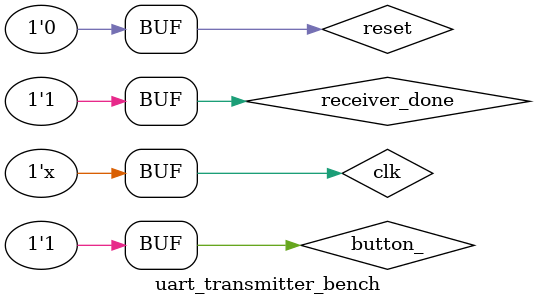
<source format=v>
/*
Author: Spence Johnston
Module:  UART transmitter
Purpose: 
	outputs "hello spence" via uart protocol.
	This is done by calling input_string.
	input_string sends the string and 
	enable signal on button press to string controller.
	string_controller runs through each character of the string
	and sends it and an enable signal to transmit_fsm.
	transmit_fsm sends the signal character via the uart protocol
	to a USB adapter. This is done through GPIO.
	All modules that send enable signals require a done signal from the module accepting the enable.
*/
module uart_transmitter (
	input CLOCK_50,
	input reset,
	input button_,
	input receiver_done,
	output uart_out
);

wire clk_9600;
wire transmitter_donew;
wire string_cont_enw;
wire transmitter_enw;
wire [7:0] str_cont_outbytew;

input_string i0 (clk_9600, reset, button_, string_cont_enw);
str_controller s0 (clk_9600, reset, string_cont_enw, transmitter_donew, str_cont_outbytew, transmitter_enw);
transmit_fsm t0 (clk_9600, transmitter_enw, reset, receiver_done, str_cont_outbytew, uart_out, transmitter_donew);

endmodule 

//TESTBENCH
module uart_transmitter_bench;

	reg clk;
	reg reset;
	reg button_;
	reg receiver_done;
	wire uart_out;

uart_transmitter t0 (clk, reset, button_, receiver_done, uart_out);	
	
initial
begin
	clk = 1;
	reset = 1;
	button_ = 1;
	receiver_done = 1;
	
	
	#2 reset = 0;
	#4 button_ = 0;
	#1 button_ = 1;
	
	#22 receiver_done = 0;
	#20 receiver_done = 1;
	
end

always
begin
	#1 clk = ~clk;
end
endmodule 
</source>
